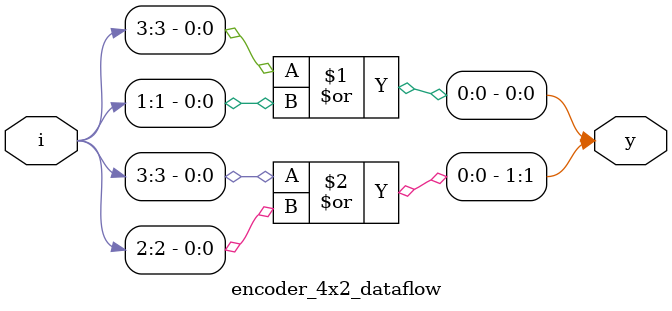
<source format=v>
module encoder_4x2_dataflow(y,i);

input [3:0]i;
output [1:0]y;

assign y = {i[3] | i[2], i[3] | i[1]};

endmodule
</source>
